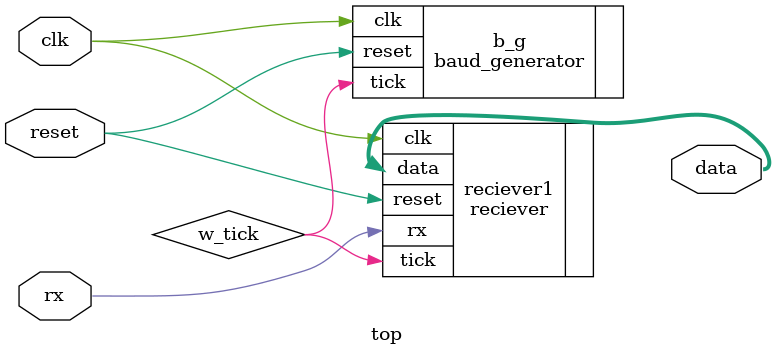
<source format=v>

module top(
    input clk,
    input reset,
    input rx,
    output [7:0] data
    );
    
    wire w_tick;
    
    baud_generator b_g (.clk(clk), .reset(reset), .tick(w_tick));
    
    reciever reciever1(.clk(clk), .tick(w_tick), .reset(reset), .rx(rx), .data(data));
    
endmodule


</source>
